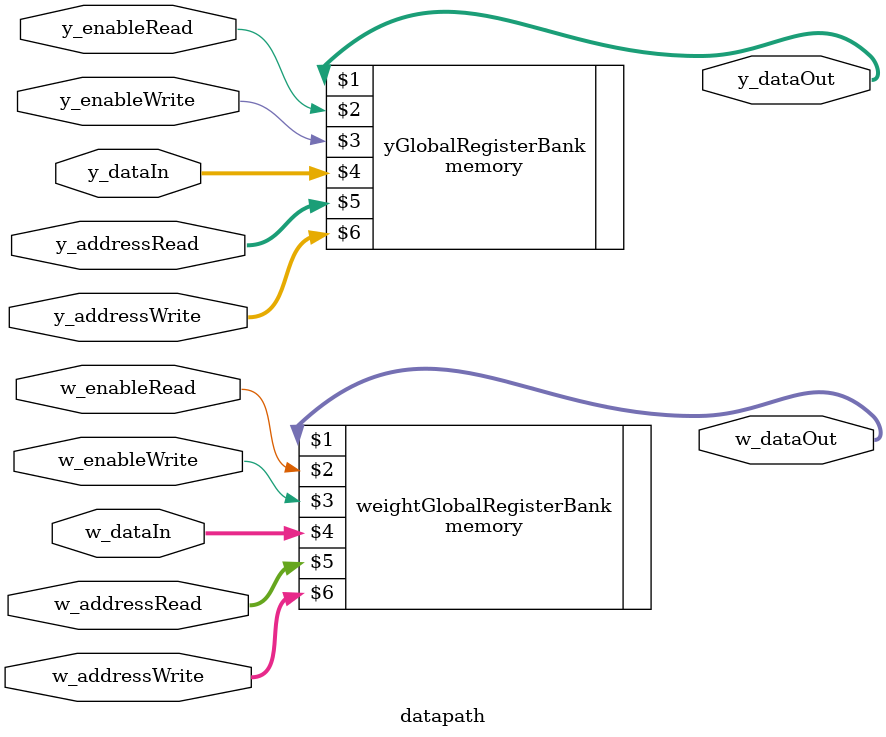
<source format=v>
`timescale 1ns / 1ps


module datapath#(
    parameter w_DATA_BUS = 16, // bits
    parameter w_ADDRESS_BUS = 8,

    parameter y_DATA_BUS = 16, // bits
    parameter y_ADDRESS_BUS = 5
)(
    output [w_DATA_BUS -1: 0] w_dataOut,
    input w_enableRead, w_enableWrite,
    input [w_DATA_BUS -1: 0] w_dataIn,
    input [w_ADDRESS_BUS-1 : 0] w_addressRead,
    input [w_ADDRESS_BUS-1 : 0] w_addressWrite,
    
    output [y_DATA_BUS -1: 0] y_dataOut,
    input y_enableRead, y_enableWrite,
    input [y_DATA_BUS -1: 0] y_dataIn,
    input [y_ADDRESS_BUS-1 : 0] y_addressRead,
    input [y_ADDRESS_BUS-1 : 0] y_addressWrite
);

    memory #(w_DATA_BUS,w_ADDRESS_BUS) weightGlobalRegisterBank(
        w_dataOut,
        w_enableRead, 
        w_enableWrite, 
        w_dataIn, 
        w_addressRead, 
        w_addressWrite);
        
    memory #(y_DATA_BUS,y_ADDRESS_BUS) yGlobalRegisterBank(
        y_dataOut,
        y_enableRead, 
        y_enableWrite, 
        y_dataIn, 
        y_addressRead, 
        y_addressWrite);

/*#(
    parameter MEM_BUS_SIZE = 8,
    parameter WORD_BUS_SIZE = 16
    )(
    
    
    
    
    input reset,clock,getWeight,enableWrite,
    input [WORD_BUS_SIZE-1:0]dataIn,
    input [MEM_BUS_SIZE-1:0]addressWrite,
    output [WORD_BUS_SIZE-1:0]dataOut
    );
    
    wire wIMinusSub1Pointer;
    wire enableRead;
    wire pointer;
    assign wIMinusSub1Pointer = 8'b00000011;
    calculateWeight calculateWeight(clock, reset, getWeight,wIMinusSub1Pointer,pointer,getWeightFinished,enableRead);
    memory memory(enableRead, enableWrite,dataIn,pointer,addressWrite,dataOut);
    */
    
    
endmodule

</source>
